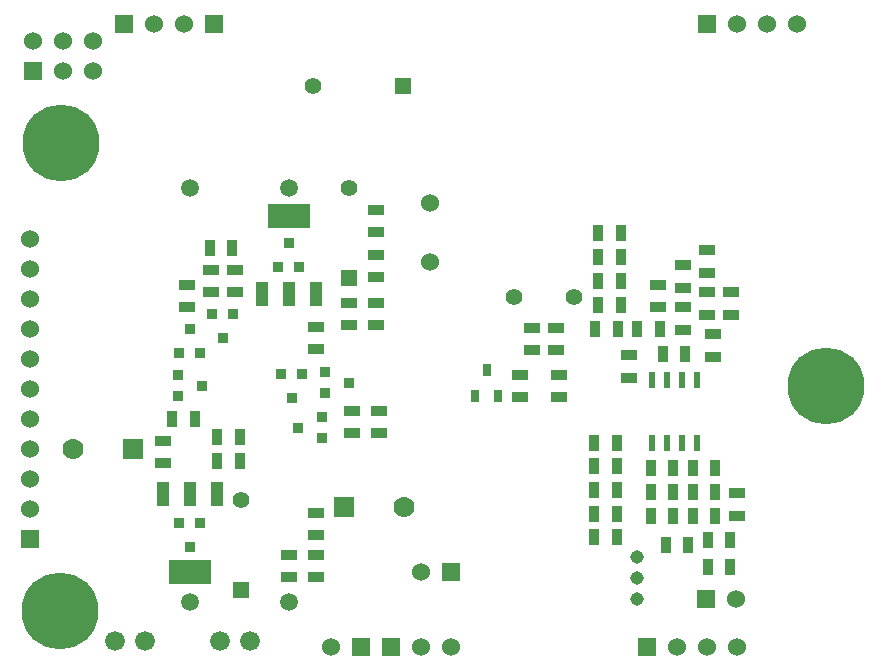
<source format=gbs>
G04 (created by PCBNEW (2013-07-07 BZR 4022)-stable) date 11/09/2013 12:50:20*
%MOIN*%
G04 Gerber Fmt 3.4, Leading zero omitted, Abs format*
%FSLAX34Y34*%
G01*
G70*
G90*
G04 APERTURE LIST*
%ADD10C,0.00590551*%
%ADD11R,0.036X0.036*%
%ADD12R,0.0315X0.0394*%
%ADD13R,0.055X0.035*%
%ADD14R,0.035X0.055*%
%ADD15C,0.045*%
%ADD16R,0.06X0.06*%
%ADD17C,0.06*%
%ADD18C,0.066*%
%ADD19R,0.055X0.055*%
%ADD20C,0.055*%
%ADD21C,0.255906*%
%ADD22R,0.0236X0.0551*%
%ADD23C,0.0590551*%
%ADD24R,0.07X0.07*%
%ADD25C,0.07*%
%ADD26R,0.144X0.08*%
%ADD27R,0.04X0.08*%
G04 APERTURE END LIST*
G54D10*
G54D11*
X9853Y-12187D03*
X9153Y-12187D03*
X9503Y-12987D03*
X7553Y-10187D03*
X6853Y-10187D03*
X7203Y-10987D03*
X10503Y-14337D03*
X10503Y-13637D03*
X9703Y-13987D03*
X10603Y-12137D03*
X10603Y-12837D03*
X11403Y-12487D03*
X5703Y-12237D03*
X5703Y-12937D03*
X6503Y-12587D03*
X5753Y-11487D03*
X6453Y-11487D03*
X6103Y-10687D03*
G54D12*
X16003Y-12054D03*
X15628Y-12920D03*
X16378Y-12920D03*
G54D13*
X17519Y-11398D03*
X17519Y-10648D03*
G54D14*
X19728Y-7487D03*
X20478Y-7487D03*
X19628Y-10687D03*
X20378Y-10687D03*
G54D13*
X18307Y-11398D03*
X18307Y-10648D03*
X20753Y-11562D03*
X20753Y-12312D03*
X17103Y-12962D03*
X17103Y-12212D03*
X18403Y-12962D03*
X18403Y-12212D03*
G54D14*
X19596Y-14483D03*
X20346Y-14483D03*
G54D13*
X24353Y-16162D03*
X24353Y-16912D03*
G54D14*
X24128Y-18637D03*
X23378Y-18637D03*
X23628Y-16937D03*
X22878Y-16937D03*
X23378Y-17737D03*
X24128Y-17737D03*
X23628Y-16137D03*
X22878Y-16137D03*
X21978Y-17887D03*
X22728Y-17887D03*
X22878Y-15337D03*
X23628Y-15337D03*
X21478Y-16937D03*
X22228Y-16937D03*
X22228Y-15337D03*
X21478Y-15337D03*
X21478Y-16137D03*
X22228Y-16137D03*
X19596Y-15270D03*
X20346Y-15270D03*
X19596Y-16845D03*
X20346Y-16845D03*
X19596Y-16057D03*
X20346Y-16057D03*
X19728Y-9087D03*
X20478Y-9087D03*
X19596Y-17632D03*
X20346Y-17632D03*
G54D13*
X22553Y-8562D03*
X22553Y-9312D03*
X23353Y-8812D03*
X23353Y-8062D03*
G54D14*
X21878Y-11537D03*
X22628Y-11537D03*
G54D13*
X22553Y-9962D03*
X22553Y-10712D03*
X23353Y-10212D03*
X23353Y-9462D03*
X23553Y-11612D03*
X23553Y-10862D03*
X24153Y-9462D03*
X24153Y-10212D03*
X21703Y-9212D03*
X21703Y-9962D03*
G54D14*
X7028Y-14287D03*
X7778Y-14287D03*
X21028Y-10687D03*
X21778Y-10687D03*
X19728Y-9887D03*
X20478Y-9887D03*
X19728Y-8287D03*
X20478Y-8287D03*
G54D13*
X11403Y-9812D03*
X11403Y-10562D03*
X12303Y-9812D03*
X12303Y-10562D03*
X7603Y-8712D03*
X7603Y-9462D03*
G54D14*
X6770Y-7972D03*
X7520Y-7972D03*
X7028Y-15087D03*
X7778Y-15087D03*
G54D13*
X6003Y-9962D03*
X6003Y-9212D03*
X5203Y-14412D03*
X5203Y-15162D03*
G54D14*
X6278Y-13687D03*
X5528Y-13687D03*
G54D13*
X6803Y-8712D03*
X6803Y-9462D03*
X10303Y-17562D03*
X10303Y-16812D03*
X10303Y-18962D03*
X10303Y-18212D03*
X12303Y-8962D03*
X12303Y-8212D03*
X12303Y-7462D03*
X12303Y-6712D03*
X12403Y-14162D03*
X12403Y-13412D03*
X11503Y-14162D03*
X11503Y-13412D03*
X10303Y-11362D03*
X10303Y-10612D03*
X9403Y-18962D03*
X9403Y-18212D03*
G54D15*
X21003Y-19687D03*
X21003Y-18287D03*
X21003Y-18987D03*
G54D16*
X23353Y-537D03*
G54D17*
X24353Y-537D03*
X25353Y-537D03*
X26353Y-537D03*
G54D16*
X21353Y-21287D03*
G54D17*
X22353Y-21287D03*
X23353Y-21287D03*
X24353Y-21287D03*
G54D16*
X889Y-2074D03*
G54D17*
X889Y-1074D03*
X1889Y-2074D03*
X1889Y-1074D03*
X2889Y-2074D03*
X2889Y-1074D03*
G54D16*
X12803Y-21287D03*
G54D17*
X13803Y-21287D03*
X14803Y-21287D03*
G54D16*
X11803Y-21287D03*
G54D17*
X10803Y-21287D03*
G54D16*
X14803Y-18787D03*
G54D17*
X13803Y-18787D03*
G54D16*
X6903Y-537D03*
G54D17*
X5903Y-537D03*
G54D16*
X3903Y-537D03*
G54D17*
X4903Y-537D03*
G54D16*
X23303Y-19687D03*
G54D17*
X24303Y-19687D03*
X14103Y-6503D03*
X14103Y-8471D03*
G54D18*
X8103Y-21087D03*
X7103Y-21087D03*
X4603Y-21087D03*
X3603Y-21087D03*
G54D19*
X11403Y-8987D03*
G54D20*
X11403Y-5987D03*
G54D19*
X7803Y-19387D03*
G54D20*
X7803Y-16387D03*
X16903Y-9637D03*
X18903Y-9637D03*
G54D19*
X13203Y-2587D03*
G54D20*
X10203Y-2587D03*
G54D21*
X1771Y-20078D03*
X1803Y-4487D03*
X27303Y-12587D03*
G54D22*
X21503Y-14487D03*
X21503Y-12387D03*
X22003Y-14487D03*
X22503Y-14487D03*
X23003Y-14487D03*
X22003Y-12387D03*
X22503Y-12387D03*
X23003Y-12387D03*
G54D23*
X6103Y-19777D03*
X6103Y-5997D03*
X9403Y-19777D03*
X9403Y-5997D03*
G54D16*
X787Y-17688D03*
G54D17*
X787Y-16688D03*
X787Y-15688D03*
X787Y-14688D03*
X787Y-13688D03*
X787Y-12688D03*
X787Y-11688D03*
X787Y-10688D03*
X787Y-9688D03*
X787Y-8688D03*
X787Y-7688D03*
G54D24*
X4203Y-14687D03*
G54D25*
X2203Y-14687D03*
G54D24*
X11253Y-16637D03*
G54D25*
X13253Y-16637D03*
G54D11*
X9059Y-8628D03*
X9759Y-8628D03*
X9409Y-7828D03*
X6452Y-17159D03*
X5752Y-17159D03*
X6102Y-17959D03*
G54D26*
X6102Y-18780D03*
G54D27*
X6102Y-16180D03*
X7002Y-16180D03*
X5202Y-16180D03*
G54D26*
X9409Y-6928D03*
G54D27*
X9409Y-9528D03*
X8509Y-9528D03*
X10309Y-9528D03*
M02*

</source>
